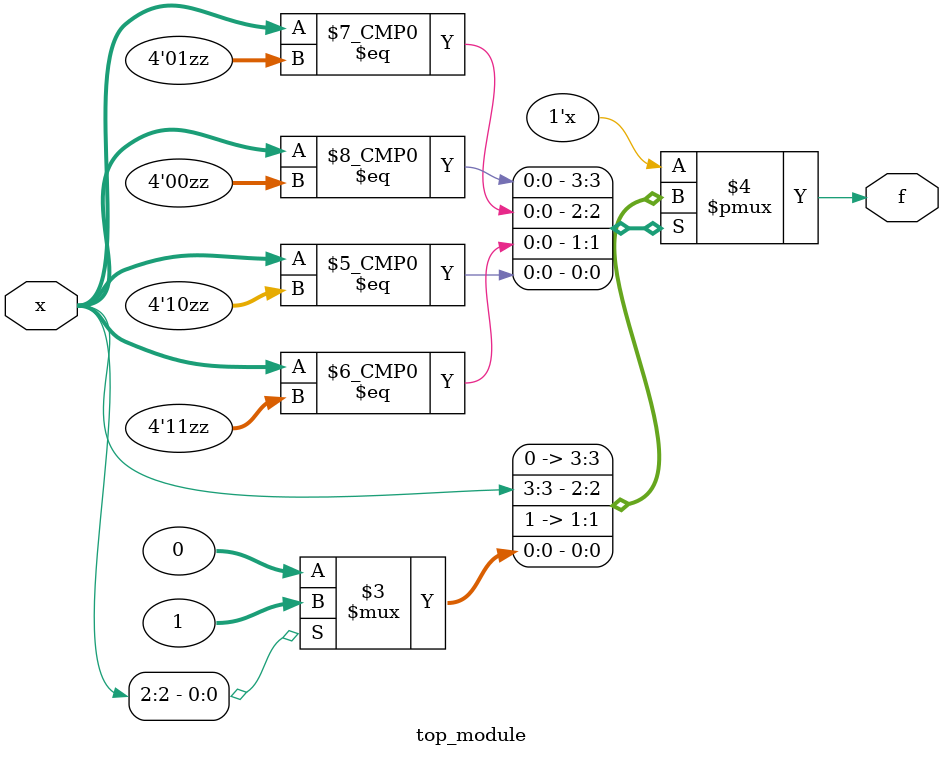
<source format=sv>
module top_module (
	input [4:1] x,
	output logic f
);
  always_comb begin
    case(x)
      4'b00??: f = 0;  // don't-care condition
      4'b01??: f = x[3];  // output 0 if x[3] = 0, otherwise output 1
      4'b11??: f = 1;  // output 1
      4'b10??: f = (x[2] == 0) ? 0 : 1;  // output 0 if x[2] = 0, otherwise output 1
      default: f = 0;
    endcase
  end
endmodule

</source>
